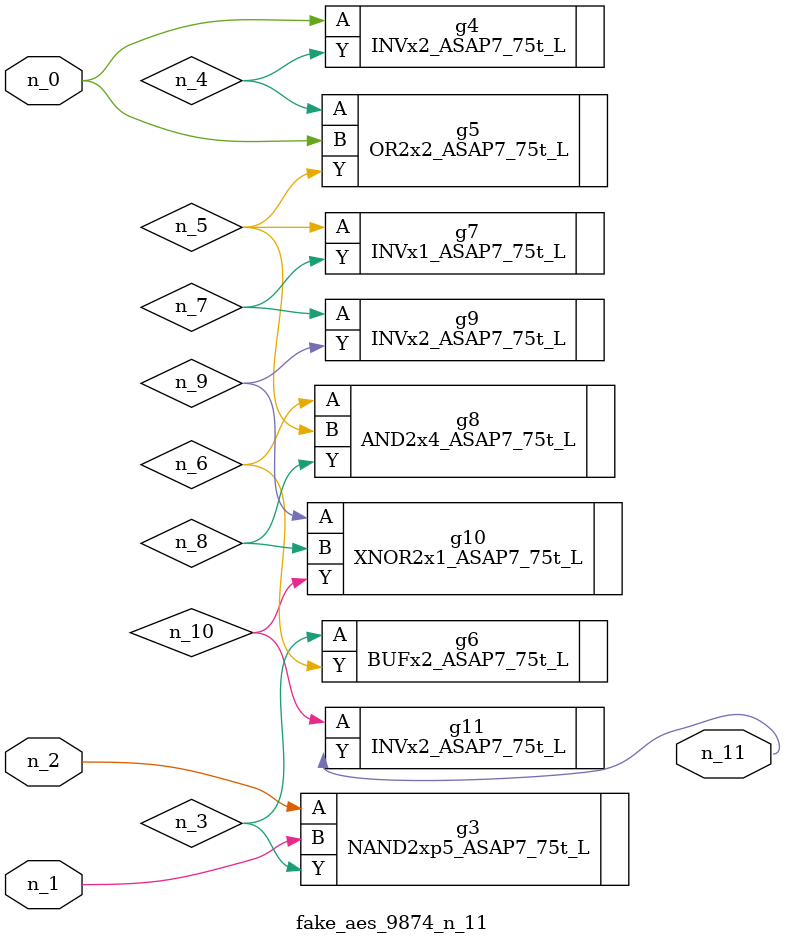
<source format=v>
module fake_aes_9874_n_11 (n_1, n_2, n_0, n_11);
input n_1;
input n_2;
input n_0;
output n_11;
wire n_6;
wire n_4;
wire n_3;
wire n_9;
wire n_5;
wire n_7;
wire n_10;
wire n_8;
NAND2xp5_ASAP7_75t_L g3 ( .A(n_2), .B(n_1), .Y(n_3) );
INVx2_ASAP7_75t_L g4 ( .A(n_0), .Y(n_4) );
OR2x2_ASAP7_75t_L g5 ( .A(n_4), .B(n_0), .Y(n_5) );
BUFx2_ASAP7_75t_L g6 ( .A(n_3), .Y(n_6) );
INVx1_ASAP7_75t_L g7 ( .A(n_5), .Y(n_7) );
AND2x4_ASAP7_75t_L g8 ( .A(n_6), .B(n_5), .Y(n_8) );
INVx2_ASAP7_75t_L g9 ( .A(n_7), .Y(n_9) );
XNOR2x1_ASAP7_75t_L g10 ( .A(n_9), .B(n_8), .Y(n_10) );
INVx2_ASAP7_75t_L g11 ( .A(n_10), .Y(n_11) );
endmodule
</source>
